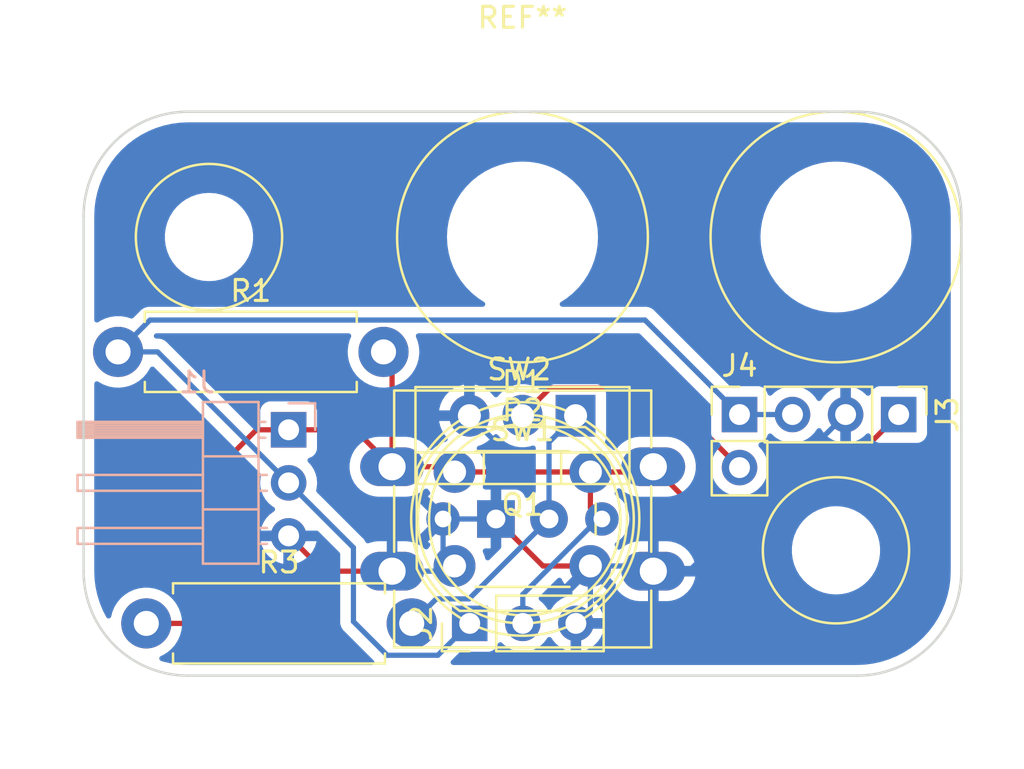
<source format=kicad_pcb>
(kicad_pcb (version 20221018) (generator pcbnew)
  (layers (0 "F.Cu" signal) (31 "B.Cu" signal) (34 "B.Paste" user) (35 "F.Paste" user) (36 "B.SilkS" user "B.Silkscreen") (37 "F.SilkS" user "F.Silkscreen") (38 "B.Mask" user) (39 "F.Mask" user) (44 "Edge.Cuts" user))
  (net 0 "")
  (net 1 "GND")
  (net 2 "Net-(D1-Pad2)")
  (net 3 "Net-(J1-Pad1)")
  (net 4 "+5V")
  (net 5 "Net-(J4-Pad2)")
  (footprint "Package_TO_SOT_THT:TO-220-3_Vertical" (layer "F.Cu") (at 2.54 1.055 180)
    (fp_text reference "Q1" (at 2.54 -4.27) (layer "F.SilkS"))
    (fp_text value "TIP120")
    (fp_line (start -2.58 -3.27) (end -2.58 1.371) (stroke (width 0.12)) (layer "F.SilkS"))
    (fp_line (start -2.58 -3.27) (end 7.66 -3.27) (stroke (width 0.12)) (layer "F.SilkS"))
    (fp_line (start -2.58 -1.76) (end 7.66 -1.76) (stroke (width 0.12)) (layer "F.SilkS"))
    (fp_line (start -2.58 1.371) (end 7.66 1.371) (stroke (width 0.12)) (layer "F.SilkS"))
    (fp_line (start 0.69 -3.27) (end 0.69 -1.76) (stroke (width 0.12)) (layer "F.SilkS"))
    (fp_line (start 4.391 -3.27) (end 4.391 -1.76) (stroke (width 0.12)) (layer "F.SilkS"))
    (fp_line (start 7.66 -3.27) (end 7.66 1.371) (stroke (width 0.12)) (layer "F.SilkS"))
    (pad "1" thru_hole rect (at 0 0 180) (size 1.905 2) (drill 1.1) (layers "*.Cu" "*.Mask") (net 2 "Net-(D1-Pad2)"))
    (pad "2" thru_hole oval (at 2.54 0 180) (size 1.905 2) (drill 1.1) (layers "*.Cu" "*.Mask") (net 5 "Net-(J4-Pad2)"))
    (pad "3" thru_hole oval (at 5.08 0 180) (size 1.905 2) (drill 1.1) (layers "*.Cu" "*.Mask") (net 1 "GND"))
  )
  (footprint "Button_Switch_THT:SW_PUSH-12mm" (layer "F.Cu") (at -6.24 3.5)
    (fp_text reference "SW2" (at 6.08 -4.66) (layer "F.SilkS"))
    (fp_text value "SW_Push")
    (fp_line (start 0.1 -3.65) (end 12.4 -3.65) (stroke (width 0.12)) (layer "F.SilkS"))
    (fp_line (start 0.1 -0.93) (end 0.1 -3.65) (stroke (width 0.12)) (layer "F.SilkS"))
    (fp_line (start 0.1 4.07) (end 0.1 0.93) (stroke (width 0.12)) (layer "F.SilkS"))
    (fp_line (start 0.1 8.65) (end 0.1 5.93) (stroke (width 0.12)) (layer "F.SilkS"))
    (fp_line (start 12.4 -3.65) (end 12.4 -0.93) (stroke (width 0.12)) (layer "F.SilkS"))
    (fp_line (start 12.4 0.93) (end 12.4 4.07) (stroke (width 0.12)) (layer "F.SilkS"))
    (fp_line (start 12.4 5.93) (end 12.4 8.65) (stroke (width 0.12)) (layer "F.SilkS"))
    (fp_line (start 12.4 8.65) (end 0.1 8.65) (stroke (width 0.12)) (layer "F.SilkS"))
    (fp_circle (center 6.35 2.54) (end 10.16 5.08) (stroke (width 0.12)) (fill none) (layer "F.SilkS"))
    (pad "1" thru_hole oval (at 0 0) (size 3.048 1.85) (drill 1.3) (layers "*.Cu" "*.Mask") (net 3 "Net-(J1-Pad1)"))
    (pad "1" thru_hole oval (at 12.5 0) (size 3.048 1.85) (drill 1.3) (layers "*.Cu" "*.Mask") (net 3 "Net-(J1-Pad1)"))
    (pad "2" thru_hole oval (at 0 5) (size 3.048 1.85) (drill 1.3) (layers "*.Cu" "*.Mask") (net 1 "GND"))
    (pad "2" thru_hole oval (at 12.5 5) (size 3.048 1.85) (drill 1.3) (layers "*.Cu" "*.Mask") (net 1 "GND"))
  )
  (footprint "OOEB-footprints:OOEB-XXXX-03-02" (layer "F.Cu") (at 0 0)
    (fp_text reference "REF**" (at 0 -18 unlocked) (layer "F.SilkS"))
    (fp_text value "OOEB-XXXX-03-02")
    (fp_circle (center -15 -7.5) (end -11.5 -7.5) (stroke (width 0.12)) (fill none) (layer "F.SilkS"))
    (fp_circle (center 0 -7.5) (end 6 -7.5) (stroke (width 0.12)) (fill none) (layer "F.SilkS"))
    (fp_circle (center 15 -7.5) (end 9 -7.5) (stroke (width 0.12)) (fill none) (layer "F.SilkS"))
    (fp_circle (center 15 7.5) (end 18.5 7.5) (stroke (width 0.12)) (fill none) (layer "F.SilkS"))
    (fp_line (start -21 8.5) (end -21 -8.5) (stroke (width 0.12)) (layer "Edge.Cuts"))
    (fp_line (start -16 -13.5) (end 16 -13.5) (stroke (width 0.12)) (layer "Edge.Cuts"))
    (fp_line (start 16 13.5) (end -16 13.5) (stroke (width 0.12)) (layer "Edge.Cuts"))
    (fp_line (start 21 -8.5) (end 21 8.5) (stroke (width 0.12)) (layer "Edge.Cuts"))
    (fp_arc (start -21 -8.5) (mid -19.535534 -12.035534) (end -16 -13.5) (stroke (width 0.12)) (layer "Edge.Cuts"))
    (fp_arc (start -16 13.5) (mid -19.535534 12.035534) (end -21 8.5) (stroke (width 0.12)) (layer "Edge.Cuts"))
    (fp_arc (start 16 -13.5) (mid 19.535534 -12.035534) (end 21 -8.5) (stroke (width 0.12)) (layer "Edge.Cuts"))
    (fp_arc (start 21 8.5) (mid 19.535534 12.035534) (end 16 13.5) (stroke (width 0.12)) (layer "Edge.Cuts"))
    (pad "" np_thru_hole circle (at -15 -7.5) (size 3.2 3.2) (drill 3.2) (layers "F&B.Cu"))
    (pad "" np_thru_hole circle (at 0 -7.5) (size 6.2 6.2) (drill 6.2) (layers "F&B.Cu"))
    (pad "" np_thru_hole circle (at 15 -7.5) (size 6.2 6.2) (drill 6.2) (layers "F&B.Cu"))
    (pad "" np_thru_hole circle (at 15 7.5) (size 3.2 3.2) (drill 3.2) (layers "F&B.Cu"))
  )
  (footprint "OptoDevice:R_LDR_10x8.5mm_P7.6mm_Vertical" (layer "F.Cu") (at -3.8 6)
    (fp_text reference "R2" (at 3.8 -5.2) (layer "F.SilkS"))
    (fp_text value "R_Photo")
    (fp_line (start 0.8 -4.4) (end 6.8 -4.4) (stroke (width 0.12)) (layer "F.SilkS"))
    (fp_line (start 0.8 4.4) (end 6.8 4.4) (stroke (width 0.12)) (layer "F.SilkS"))
    (fp_arc (start 0.8 4.4) (mid -1.525374 0.019809) (end 0.76735 -4.37756) (stroke (width 0.12)) (layer "F.SilkS"))
    (fp_arc (start 6.8 -4.4) (mid 9.125374 -0.019809) (end 6.83265 4.37756) (stroke (width 0.12)) (layer "F.SilkS"))
    (pad "1" thru_hole circle (at 0 0) (size 1.6 1.6) (drill 0.8) (layers "*.Cu" "*.Mask") (net 1 "GND"))
    (pad "2" thru_hole circle (at 7.6 0) (size 1.6 1.6) (drill 0.8) (layers "*.Cu" "*.Mask") (net 3 "Net-(J1-Pad1)"))
  )
  (footprint "Resistor_THT:R_Axial_DIN0411_L9.9mm_D3.6mm_P12.70mm_Horizontal" (layer "F.Cu") (at -18 11)
    (fp_text reference "R3" (at 6.35 -2.92) (layer "F.SilkS"))
    (fp_text value "R")
    (fp_line (start 1.28 -1.92) (end 11.42 -1.92) (stroke (width 0.12)) (layer "F.SilkS"))
    (fp_line (start 1.28 -1.44) (end 1.28 -1.92) (stroke (width 0.12)) (layer "F.SilkS"))
    (fp_line (start 1.28 1.44) (end 1.28 1.92) (stroke (width 0.12)) (layer "F.SilkS"))
    (fp_line (start 1.28 1.92) (end 11.42 1.92) (stroke (width 0.12)) (layer "F.SilkS"))
    (fp_line (start 11.42 -1.92) (end 11.42 -1.44) (stroke (width 0.12)) (layer "F.SilkS"))
    (fp_line (start 11.42 1.92) (end 11.42 1.44) (stroke (width 0.12)) (layer "F.SilkS"))
    (pad "1" thru_hole circle (at 0 0) (size 2.4 2.4) (drill 1.2) (layers "*.Cu" "*.Mask") (net 3 "Net-(J1-Pad1)"))
    (pad "2" thru_hole oval (at 12.7 0) (size 2.4 2.4) (drill 1.2) (layers "*.Cu" "*.Mask") (net 2 "Net-(D1-Pad2)"))
  )
  (footprint "Connector_PinHeader_2.54mm:PinHeader_1x03_P2.54mm_Vertical" (layer "F.Cu") (at -2.525 11 90)
    (fp_text reference "J2" (at 0 -2.33 90) (layer "F.SilkS"))
    (fp_text value "Conn_01x03_Male")
    (fp_line (start -1.33 -1.33) (end 0 -1.33) (stroke (width 0.12)) (layer "F.SilkS"))
    (fp_line (start -1.33 0) (end -1.33 -1.33) (stroke (width 0.12)) (layer "F.SilkS"))
    (fp_line (start -1.33 1.27) (end -1.33 6.41) (stroke (width 0.12)) (layer "F.SilkS"))
    (fp_line (start -1.33 1.27) (end 1.33 1.27) (stroke (width 0.12)) (layer "F.SilkS"))
    (fp_line (start -1.33 6.41) (end 1.33 6.41) (stroke (width 0.12)) (layer "F.SilkS"))
    (fp_line (start 1.33 1.27) (end 1.33 6.41) (stroke (width 0.12)) (layer "F.SilkS"))
    (pad "1" thru_hole rect (at 0 0 90) (size 1.7 1.7) (drill 1) (layers "*.Cu" "*.Mask") (net 4 "+5V"))
    (pad "2" thru_hole oval (at 0 2.54 90) (size 1.7 1.7) (drill 1) (layers "*.Cu" "*.Mask") (net 3 "Net-(J1-Pad1)"))
    (pad "3" thru_hole oval (at 0 5.08 90) (size 1.7 1.7) (drill 1) (layers "*.Cu" "*.Mask") (net 1 "GND"))
  )
  (footprint "LED_THT:LED_D10.0mm" (layer "F.Cu") (at -1.27 6)
    (fp_text reference "D1" (at 1.27 -6.56) (layer "F.SilkS"))
    (fp_text value "LED")
    (fp_line (start -3.79 -2.376) (end -3.79 2.376) (stroke (width 0.12)) (layer "F.SilkS"))
    (fp_arc (start -3.79 -2.375816) (mid 2.484794 -5.456407) (end 6.859998 -0.004741) (stroke (width 0.12)) (layer "F.SilkS"))
    (fp_arc (start 6.859998 0.004741) (mid 2.484794 5.456407) (end -3.79 2.375816) (stroke (width 0.12)) (layer "F.SilkS"))
    (fp_circle (center 1.27 0) (end 6.27 0) (stroke (width 0.12)) (fill none) (layer "F.SilkS"))
    (pad "1" thru_hole rect (at 0 0) (size 1.8 1.8) (drill 0.9) (layers "*.Cu" "*.Mask") (net 1 "GND"))
    (pad "2" thru_hole circle (at 2.54 0) (size 1.8 1.8) (drill 0.9) (layers "*.Cu" "*.Mask") (net 2 "Net-(D1-Pad2)"))
  )
  (footprint "Connector_PinHeader_2.54mm:PinHeader_1x03_P2.54mm_Vertical" (layer "F.Cu") (at 18 1 -90)
    (fp_text reference "J3" (at 0 -2.33 90) (layer "F.SilkS"))
    (fp_text value "Conn_01x03_Male")
    (fp_line (start -1.33 -1.33) (end 0 -1.33) (stroke (width 0.12)) (layer "F.SilkS"))
    (fp_line (start -1.33 0) (end -1.33 -1.33) (stroke (width 0.12)) (layer "F.SilkS"))
    (fp_line (start -1.33 1.27) (end -1.33 6.41) (stroke (width 0.12)) (layer "F.SilkS"))
    (fp_line (start -1.33 1.27) (end 1.33 1.27) (stroke (width 0.12)) (layer "F.SilkS"))
    (fp_line (start -1.33 6.41) (end 1.33 6.41) (stroke (width 0.12)) (layer "F.SilkS"))
    (fp_line (start 1.33 1.27) (end 1.33 6.41) (stroke (width 0.12)) (layer "F.SilkS"))
    (pad "1" thru_hole rect (at 0 0 270) (size 1.7 1.7) (drill 1) (layers "*.Cu" "*.Mask") (net 3 "Net-(J1-Pad1)"))
    (pad "2" thru_hole oval (at 0 2.54 270) (size 1.7 1.7) (drill 1) (layers "*.Cu" "*.Mask") (net 1 "GND"))
    (pad "3" thru_hole oval (at 0 5.08 270) (size 1.7 1.7) (drill 1) (layers "*.Cu" "*.Mask") (net 4 "+5V"))
  )
  (footprint "Resistor_THT:R_Axial_DIN0411_L9.9mm_D3.6mm_P12.70mm_Horizontal" (layer "F.Cu") (at -19.35 -2)
    (fp_text reference "R1" (at 6.35 -2.92) (layer "F.SilkS"))
    (fp_text value "R")
    (fp_line (start 1.28 -1.92) (end 11.42 -1.92) (stroke (width 0.12)) (layer "F.SilkS"))
    (fp_line (start 1.28 -1.44) (end 1.28 -1.92) (stroke (width 0.12)) (layer "F.SilkS"))
    (fp_line (start 1.28 1.44) (end 1.28 1.92) (stroke (width 0.12)) (layer "F.SilkS"))
    (fp_line (start 1.28 1.92) (end 11.42 1.92) (stroke (width 0.12)) (layer "F.SilkS"))
    (fp_line (start 11.42 -1.92) (end 11.42 -1.44) (stroke (width 0.12)) (layer "F.SilkS"))
    (fp_line (start 11.42 1.92) (end 11.42 1.44) (stroke (width 0.12)) (layer "F.SilkS"))
    (pad "1" thru_hole circle (at 0 0) (size 2.4 2.4) (drill 1.2) (layers "*.Cu" "*.Mask") (net 4 "+5V"))
    (pad "2" thru_hole oval (at 12.7 0) (size 2.4 2.4) (drill 1.2) (layers "*.Cu" "*.Mask") (net 3 "Net-(J1-Pad1)"))
  )
  (footprint "Button_Switch_THT:SW_PUSH_6mm" (layer "F.Cu") (at -3.25 3.75)
    (fp_text reference "SW1" (at 3.25 -2) (layer "F.SilkS"))
    (fp_text value "SW_Push")
    (fp_line (start -0.25 1.5) (end -0.25 3) (stroke (width 0.12)) (layer "F.SilkS"))
    (fp_line (start 1 5.5) (end 5.5 5.5) (stroke (width 0.12)) (layer "F.SilkS"))
    (fp_line (start 5.5 -1) (end 1 -1) (stroke (width 0.12)) (layer "F.SilkS"))
    (fp_line (start 6.75 3) (end 6.75 1.5) (stroke (width 0.12)) (layer "F.SilkS"))
    (pad "1" thru_hole circle (at 0 0 90) (size 2 2) (drill 1.1) (layers "*.Cu" "*.Mask") (net 3 "Net-(J1-Pad1)"))
    (pad "1" thru_hole circle (at 6.5 0 90) (size 2 2) (drill 1.1) (layers "*.Cu" "*.Mask") (net 3 "Net-(J1-Pad1)"))
    (pad "2" thru_hole circle (at 0 4.5 90) (size 2 2) (drill 1.1) (layers "*.Cu" "*.Mask") (net 1 "GND"))
    (pad "2" thru_hole circle (at 6.5 4.5 90) (size 2 2) (drill 1.1) (layers "*.Cu" "*.Mask") (net 1 "GND"))
  )
  (footprint "Connector_PinHeader_2.54mm:PinHeader_1x02_P2.54mm_Vertical" (layer "F.Cu") (at 10.385 1)
    (fp_text reference "J4" (at 0 -2.33) (layer "F.SilkS"))
    (fp_text value "Conn_01x02_Male")
    (fp_line (start -1.33 -1.33) (end 0 -1.33) (stroke (width 0.12)) (layer "F.SilkS"))
    (fp_line (start -1.33 0) (end -1.33 -1.33) (stroke (width 0.12)) (layer "F.SilkS"))
    (fp_line (start -1.33 1.27) (end -1.33 3.87) (stroke (width 0.12)) (layer "F.SilkS"))
    (fp_line (start -1.33 1.27) (end 1.33 1.27) (stroke (width 0.12)) (layer "F.SilkS"))
    (fp_line (start -1.33 3.87) (end 1.33 3.87) (stroke (width 0.12)) (layer "F.SilkS"))
    (fp_line (start 1.33 1.27) (end 1.33 3.87) (stroke (width 0.12)) (layer "F.SilkS"))
    (pad "1" thru_hole rect (at 0 0) (size 1.7 1.7) (drill 1) (layers "*.Cu" "*.Mask") (net 4 "+5V"))
    (pad "2" thru_hole oval (at 0 2.54) (size 1.7 1.7) (drill 1) (layers "*.Cu" "*.Mask") (net 5 "Net-(J4-Pad2)"))
  )
  (footprint "Connector_PinHeader_2.54mm:PinHeader_1x03_P2.54mm_Horizontal" (layer "B.Cu") (at -11.19 1.73 180)
    (fp_text reference "J1" (at 4.385 2.27) (layer "B.SilkS") (effects (justify mirror)))
    (fp_text value "Conn_01x03_Male")
    (fp_line (start -1.27 0) (end -1.27 1.27) (stroke (width 0.12)) (layer "B.SilkS"))
    (fp_line (start -1.27 1.27) (end 0 1.27) (stroke (width 0.12)) (layer "B.SilkS"))
    (fp_line (start 1.042929 -5.46) (end 1.44 -5.46) (stroke (width 0.12)) (layer "B.SilkS"))
    (fp_line (start 1.042929 -4.7) (end 1.44 -4.7) (stroke (width 0.12)) (layer "B.SilkS"))
    (fp_line (start 1.042929 -2.92) (end 1.44 -2.92) (stroke (width 0.12)) (layer "B.SilkS"))
    (fp_line (start 1.042929 -2.16) (end 1.44 -2.16) (stroke (width 0.12)) (layer "B.SilkS"))
    (fp_line (start 1.11 -0.38) (end 1.44 -0.38) (stroke (width 0.12)) (layer "B.SilkS"))
    (fp_line (start 1.11 0.38) (end 1.44 0.38) (stroke (width 0.12)) (layer "B.SilkS"))
    (fp_line (start 1.44 -6.41) (end 4.1 -6.41) (stroke (width 0.12)) (layer "B.SilkS"))
    (fp_line (start 1.44 -3.81) (end 4.1 -3.81) (stroke (width 0.12)) (layer "B.SilkS"))
    (fp_line (start 1.44 -1.27) (end 4.1 -1.27) (stroke (width 0.12)) (layer "B.SilkS"))
    (fp_line (start 1.44 1.33) (end 1.44 -6.41) (stroke (width 0.12)) (layer "B.SilkS"))
    (fp_line (start 4.1 -6.41) (end 4.1 1.33) (stroke (width 0.12)) (layer "B.SilkS"))
    (fp_line (start 4.1 -4.7) (end 10.1 -4.7) (stroke (width 0.12)) (layer "B.SilkS"))
    (fp_line (start 4.1 -2.16) (end 10.1 -2.16) (stroke (width 0.12)) (layer "B.SilkS"))
    (fp_line (start 4.1 -0.28) (end 10.1 -0.28) (stroke (width 0.12)) (layer "B.SilkS"))
    (fp_line (start 4.1 -0.16) (end 10.1 -0.16) (stroke (width 0.12)) (layer "B.SilkS"))
    (fp_line (start 4.1 -0.04) (end 10.1 -0.04) (stroke (width 0.12)) (layer "B.SilkS"))
    (fp_line (start 4.1 0.08) (end 10.1 0.08) (stroke (width 0.12)) (layer "B.SilkS"))
    (fp_line (start 4.1 0.2) (end 10.1 0.2) (stroke (width 0.12)) (layer "B.SilkS"))
    (fp_line (start 4.1 0.32) (end 10.1 0.32) (stroke (width 0.12)) (layer "B.SilkS"))
    (fp_line (start 4.1 0.38) (end 10.1 0.38) (stroke (width 0.12)) (layer "B.SilkS"))
    (fp_line (start 4.1 1.33) (end 1.44 1.33) (stroke (width 0.12)) (layer "B.SilkS"))
    (fp_line (start 10.1 -5.46) (end 4.1 -5.46) (stroke (width 0.12)) (layer "B.SilkS"))
    (fp_line (start 10.1 -4.7) (end 10.1 -5.46) (stroke (width 0.12)) (layer "B.SilkS"))
    (fp_line (start 10.1 -2.92) (end 4.1 -2.92) (stroke (width 0.12)) (layer "B.SilkS"))
    (fp_line (start 10.1 -2.16) (end 10.1 -2.92) (stroke (width 0.12)) (layer "B.SilkS"))
    (fp_line (start 10.1 -0.38) (end 4.1 -0.38) (stroke (width 0.12)) (layer "B.SilkS"))
    (fp_line (start 10.1 0.38) (end 10.1 -0.38) (stroke (width 0.12)) (layer "B.SilkS"))
    (pad "1" thru_hole rect (at 0 0 180) (size 1.7 1.7) (drill 1) (layers "*.Cu" "*.Mask") (net 3 "Net-(J1-Pad1)"))
    (pad "2" thru_hole oval (at 0 -2.54 180) (size 1.7 1.7) (drill 1) (layers "*.Cu" "*.Mask") (net 4 "+5V"))
    (pad "3" thru_hole oval (at 0 -5.08 180) (size 1.7 1.7) (drill 1) (layers "*.Cu" "*.Mask") (net 1 "GND"))
  )
  (segment (start -9.5 8.5) (end -6.24 8.5) (width 0.25) (layer "F.Cu") (net 1))
  (segment (start -3.5 8.5) (end -3.25 8.25) (width 0.25) (layer "F.Cu") (net 1))
  (segment (start 0.98 8.25) (end 3.25 8.25) (width 0.25) (layer "F.Cu") (net 1))
  (segment (start -1.27 6) (end 0.98 8.25) (width 0.25) (layer "F.Cu") (net 1))
  (segment (start -11.19 6.81) (end -9.5 8.5) (width 0.25) (layer "F.Cu") (net 1))
  (segment (start -1.27 6) (end -3.8 6) (width 0.25) (layer "B.Cu") (net 1))
  (segment (start 3.25 8.25) (end 3.25 10.305) (width 0.25) (layer "B.Cu") (net 1))
  (segment (start -3.8 7.7) (end -3.25 8.25) (width 0.25) (layer "B.Cu") (net 1))
  (segment (start -3.8 6) (end -3.8 7.7) (width 0.25) (layer "B.Cu") (net 1))
  (segment (start 7.96 8.5) (end 6.26 8.5) (width 0.25) (layer "B.Cu") (net 1))
  (segment (start 3.25 10.305) (end 2.555 11) (width 0.25) (layer "B.Cu") (net 1))
  (segment (start 15.46 1) (end 7.96 8.5) (width 0.25) (layer "B.Cu") (net 1))
  (segment (start 6.01 8.25) (end 6.26 8.5) (width 0.25) (layer "B.Cu") (net 1))
  (segment (start -2.54 1.055) (end -1.27 2.325) (width 0.25) (layer "B.Cu") (net 1))
  (segment (start -3.5 8.5) (end -3.25 8.25) (width 0.25) (layer "B.Cu") (net 1))
  (segment (start 3.25 8.25) (end 6.01 8.25) (width 0.25) (layer "B.Cu") (net 1))
  (segment (start -6.24 8.5) (end -3.5 8.5) (width 0.25) (layer "B.Cu") (net 1))
  (segment (start -4.125489 9.825489) (end -5.3 11) (width 0.25) (layer "B.Cu") (net 2))
  (segment (start 1.27 2.325) (end 2.54 1.055) (width 0.25) (layer "B.Cu") (net 2))
  (segment (start -2.555489 9.825489) (end -4.125489 9.825489) (width 0.25) (layer "B.Cu") (net 2))
  (segment (start 1.27 6) (end -2.555489 9.825489) (width 0.25) (layer "B.Cu") (net 2))
  (segment (start 1.27 6) (end 1.27 2.325) (width 0.25) (layer "B.Cu") (net 2))
  (segment (start -8.01 1.73) (end -6.24 3.5) (width 0.25) (layer "F.Cu") (net 3))
  (segment (start 7.76 5) (end 14 5) (width 0.25) (layer "F.Cu") (net 3))
  (segment (start 3.25 3.75) (end 6.01 3.75) (width 0.25) (layer "F.Cu") (net 3))
  (segment (start -11.19 1.73) (end -8.01 1.73) (width 0.25) (layer "F.Cu") (net 3))
  (segment (start -6.24 -1.59) (end -6.65 -2) (width 0.25) (layer "F.Cu") (net 3))
  (segment (start 6.01 3.75) (end 6.26 3.5) (width 0.25) (layer "F.Cu") (net 3))
  (segment (start -6.24 3.5) (end -6.24 -1.59) (width 0.25) (layer "F.Cu") (net 3))
  (segment (start 3.8 6) (end 3.626857 6) (width 0.25) (layer "F.Cu") (net 3))
  (segment (start 3.25 5.45) (end 3.8 6) (width 0.25) (layer "F.Cu") (net 3))
  (segment (start -6.24 3.5) (end -3.5 3.5) (width 0.25) (layer "F.Cu") (net 3))
  (segment (start 3.25 3.75) (end 3.25 5.45) (width 0.25) (layer "F.Cu") (net 3))
  (segment (start -14 10) (end -14 3) (width 0.25) (layer "F.Cu") (net 3))
  (segment (start -3.5 3.5) (end -3.25 3.75) (width 0.25) (layer "F.Cu") (net 3))
  (segment (start -18 11) (end -15 11) (width 0.25) (layer "F.Cu") (net 3))
  (segment (start -12.73 1.73) (end -11.19 1.73) (width 0.25) (layer "F.Cu") (net 3))
  (segment (start -15 11) (end -14 10) (width 0.25) (layer "F.Cu") (net 3))
  (segment (start 14 5) (end 18 1) (width 0.25) (layer "F.Cu") (net 3))
  (segment (start 6.26 3.5) (end 7.76 5) (width 0.25) (layer "F.Cu") (net 3))
  (segment (start -3.25 3.75) (end 3.25 3.75) (width 0.25) (layer "F.Cu") (net 3))
  (segment (start -14 3) (end -12.73 1.73) (width 0.25) (layer "F.Cu") (net 3))
  (segment (start 0.015 9.611857) (end 3.626857 6) (width 0.25) (layer "B.Cu") (net 3))
  (segment (start 0.015 11) (end 0.015 9.611857) (width 0.25) (layer "B.Cu") (net 3))
  (segment (start 3.626857 6) (end 3.8 6) (width 0.25) (layer "B.Cu") (net 3))
  (segment (start -17.46 -2) (end -19.35 -2) (width 0.25) (layer "B.Cu") (net 4))
  (segment (start 5.860489 -3.524511) (end 10.385 1) (width 0.25) (layer "B.Cu") (net 4))
  (segment (start -8.08852 10.91148) (end -6.475489 12.524511) (width 0.25) (layer "B.Cu") (net 4))
  (segment (start 10.385 1) (end 12.92 1) (width 0.25) (layer "B.Cu") (net 4))
  (segment (start -11.19 4.27) (end -8.08852 7.37148) (width 0.25) (layer "B.Cu") (net 4))
  (segment (start -11.19 4.27) (end -17.46 -2) (width 0.25) (layer "B.Cu") (net 4))
  (segment (start -17.825489 -3.524511) (end 5.860489 -3.524511) (width 0.25) (layer "B.Cu") (net 4))
  (segment (start -6.475489 12.524511) (end -4.049511 12.524511) (width 0.25) (layer "B.Cu") (net 4))
  (segment (start -19.35 -2) (end -17.825489 -3.524511) (width 0.25) (layer "B.Cu") (net 4))
  (segment (start -4.049511 12.524511) (end -2.525 11) (width 0.25) (layer "B.Cu") (net 4))
  (segment (start -8.08852 7.37148) (end -8.08852 10.91148) (width 0.25) (layer "B.Cu") (net 4))
  (segment (start 6.575489 -0.269511) (end 1.324511 -0.269511) (width 0.25) (layer "F.Cu") (net 5))
  (segment (start 10.385 3.54) (end 6.575489 -0.269511) (width 0.25) (layer "F.Cu") (net 5))
  (segment (start 1.324511 -0.269511) (end 0 1.055) (width 0.25) (layer "F.Cu") (net 5))
  (zone (net 1) (net_name "GND") (layer "B.Cu") (connect_pads (clearance 0.508)) (min_thickness 0.254) (fill yes (thermal_gap 0.508) (thermal_bridge_width 0.508))
    (polygon (pts (xy 24 17) (xy -23 18) (xy -25 18) (xy -23 -14) (xy 24 -14)))
  )
)
</source>
